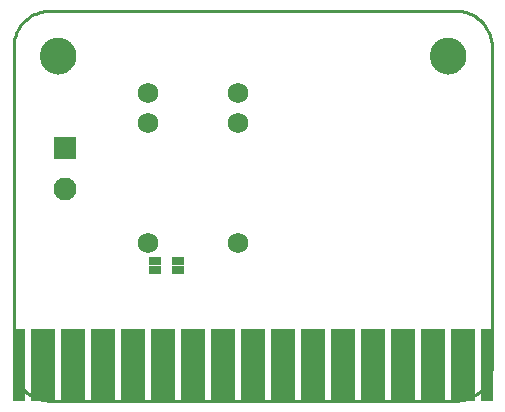
<source format=gbs>
G75*
G70*
%OFA0B0*%
%FSLAX24Y24*%
%IPPOS*%
%LPD*%
%AMOC8*
5,1,8,0,0,1.08239X$1,22.5*
%
%ADD10R,0.0768X0.0768*%
%ADD11C,0.0768*%
%ADD12C,0.0690*%
%ADD13C,0.0100*%
%ADD14R,0.0827X0.2402*%
%ADD15R,0.0434X0.2402*%
%ADD16C,0.0000*%
%ADD17C,0.1221*%
%ADD18R,0.0390X0.0280*%
D10*
X001910Y008599D03*
D11*
X001910Y007221D03*
D12*
X004660Y005410D03*
X007660Y005410D03*
X007660Y009410D03*
X007660Y010410D03*
X004660Y010410D03*
X004660Y009410D03*
D13*
X001388Y000164D02*
X014932Y000164D01*
X014999Y000166D01*
X015066Y000172D01*
X015133Y000181D01*
X015199Y000194D01*
X015264Y000211D01*
X015328Y000231D01*
X015391Y000255D01*
X015453Y000283D01*
X015512Y000314D01*
X015570Y000348D01*
X015626Y000385D01*
X015680Y000426D01*
X015732Y000469D01*
X015781Y000515D01*
X015827Y000564D01*
X015870Y000616D01*
X015911Y000670D01*
X015948Y000726D01*
X015982Y000784D01*
X016013Y000843D01*
X016041Y000905D01*
X016065Y000968D01*
X016085Y001032D01*
X016102Y001097D01*
X016115Y001163D01*
X016124Y001230D01*
X016130Y001297D01*
X016132Y001364D01*
X016132Y011956D01*
X016130Y012023D01*
X016124Y012090D01*
X016115Y012157D01*
X016102Y012223D01*
X016085Y012288D01*
X016065Y012352D01*
X016041Y012415D01*
X016013Y012477D01*
X015982Y012536D01*
X015948Y012594D01*
X015911Y012650D01*
X015870Y012704D01*
X015827Y012756D01*
X015781Y012805D01*
X015732Y012851D01*
X015680Y012894D01*
X015626Y012935D01*
X015570Y012972D01*
X015512Y013006D01*
X015453Y013037D01*
X015391Y013065D01*
X015328Y013089D01*
X015264Y013109D01*
X015199Y013126D01*
X015133Y013139D01*
X015066Y013148D01*
X014999Y013154D01*
X014932Y013156D01*
X001388Y013156D01*
X001321Y013154D01*
X001254Y013148D01*
X001187Y013139D01*
X001121Y013126D01*
X001056Y013109D01*
X000992Y013089D01*
X000929Y013065D01*
X000867Y013037D01*
X000808Y013006D01*
X000750Y012972D01*
X000694Y012935D01*
X000640Y012894D01*
X000588Y012851D01*
X000539Y012805D01*
X000493Y012756D01*
X000450Y012704D01*
X000409Y012650D01*
X000372Y012594D01*
X000338Y012536D01*
X000307Y012477D01*
X000279Y012415D01*
X000255Y012352D01*
X000235Y012288D01*
X000218Y012223D01*
X000205Y012157D01*
X000196Y012090D01*
X000190Y012023D01*
X000188Y011956D01*
X000188Y001364D01*
X000190Y001297D01*
X000196Y001230D01*
X000205Y001163D01*
X000218Y001097D01*
X000235Y001032D01*
X000255Y000968D01*
X000279Y000905D01*
X000307Y000843D01*
X000338Y000784D01*
X000372Y000726D01*
X000409Y000670D01*
X000450Y000616D01*
X000493Y000564D01*
X000539Y000515D01*
X000588Y000469D01*
X000640Y000426D01*
X000694Y000385D01*
X000750Y000348D01*
X000808Y000314D01*
X000867Y000283D01*
X000929Y000255D01*
X000992Y000231D01*
X001056Y000211D01*
X001121Y000194D01*
X001187Y000181D01*
X001254Y000172D01*
X001321Y000166D01*
X001388Y000164D01*
D14*
X001160Y001348D03*
X002160Y001348D03*
X003160Y001348D03*
X004160Y001348D03*
X005160Y001348D03*
X006160Y001348D03*
X007160Y001348D03*
X008160Y001348D03*
X009160Y001348D03*
X010160Y001348D03*
X011160Y001348D03*
X012160Y001348D03*
X013160Y001348D03*
X014160Y001348D03*
X015160Y001348D03*
D15*
X015955Y001348D03*
X000365Y001348D03*
D16*
X001069Y011660D02*
X001071Y011708D01*
X001077Y011756D01*
X001087Y011803D01*
X001100Y011849D01*
X001118Y011894D01*
X001138Y011938D01*
X001163Y011980D01*
X001191Y012019D01*
X001221Y012056D01*
X001255Y012090D01*
X001292Y012122D01*
X001330Y012151D01*
X001371Y012176D01*
X001414Y012198D01*
X001459Y012216D01*
X001505Y012230D01*
X001552Y012241D01*
X001600Y012248D01*
X001648Y012251D01*
X001696Y012250D01*
X001744Y012245D01*
X001792Y012236D01*
X001838Y012224D01*
X001883Y012207D01*
X001927Y012187D01*
X001969Y012164D01*
X002009Y012137D01*
X002047Y012107D01*
X002082Y012074D01*
X002114Y012038D01*
X002144Y012000D01*
X002170Y011959D01*
X002192Y011916D01*
X002212Y011872D01*
X002227Y011827D01*
X002239Y011780D01*
X002247Y011732D01*
X002251Y011684D01*
X002251Y011636D01*
X002247Y011588D01*
X002239Y011540D01*
X002227Y011493D01*
X002212Y011448D01*
X002192Y011404D01*
X002170Y011361D01*
X002144Y011320D01*
X002114Y011282D01*
X002082Y011246D01*
X002047Y011213D01*
X002009Y011183D01*
X001969Y011156D01*
X001927Y011133D01*
X001883Y011113D01*
X001838Y011096D01*
X001792Y011084D01*
X001744Y011075D01*
X001696Y011070D01*
X001648Y011069D01*
X001600Y011072D01*
X001552Y011079D01*
X001505Y011090D01*
X001459Y011104D01*
X001414Y011122D01*
X001371Y011144D01*
X001330Y011169D01*
X001292Y011198D01*
X001255Y011230D01*
X001221Y011264D01*
X001191Y011301D01*
X001163Y011340D01*
X001138Y011382D01*
X001118Y011426D01*
X001100Y011471D01*
X001087Y011517D01*
X001077Y011564D01*
X001071Y011612D01*
X001069Y011660D01*
X014069Y011660D02*
X014071Y011708D01*
X014077Y011756D01*
X014087Y011803D01*
X014100Y011849D01*
X014118Y011894D01*
X014138Y011938D01*
X014163Y011980D01*
X014191Y012019D01*
X014221Y012056D01*
X014255Y012090D01*
X014292Y012122D01*
X014330Y012151D01*
X014371Y012176D01*
X014414Y012198D01*
X014459Y012216D01*
X014505Y012230D01*
X014552Y012241D01*
X014600Y012248D01*
X014648Y012251D01*
X014696Y012250D01*
X014744Y012245D01*
X014792Y012236D01*
X014838Y012224D01*
X014883Y012207D01*
X014927Y012187D01*
X014969Y012164D01*
X015009Y012137D01*
X015047Y012107D01*
X015082Y012074D01*
X015114Y012038D01*
X015144Y012000D01*
X015170Y011959D01*
X015192Y011916D01*
X015212Y011872D01*
X015227Y011827D01*
X015239Y011780D01*
X015247Y011732D01*
X015251Y011684D01*
X015251Y011636D01*
X015247Y011588D01*
X015239Y011540D01*
X015227Y011493D01*
X015212Y011448D01*
X015192Y011404D01*
X015170Y011361D01*
X015144Y011320D01*
X015114Y011282D01*
X015082Y011246D01*
X015047Y011213D01*
X015009Y011183D01*
X014969Y011156D01*
X014927Y011133D01*
X014883Y011113D01*
X014838Y011096D01*
X014792Y011084D01*
X014744Y011075D01*
X014696Y011070D01*
X014648Y011069D01*
X014600Y011072D01*
X014552Y011079D01*
X014505Y011090D01*
X014459Y011104D01*
X014414Y011122D01*
X014371Y011144D01*
X014330Y011169D01*
X014292Y011198D01*
X014255Y011230D01*
X014221Y011264D01*
X014191Y011301D01*
X014163Y011340D01*
X014138Y011382D01*
X014118Y011426D01*
X014100Y011471D01*
X014087Y011517D01*
X014077Y011564D01*
X014071Y011612D01*
X014069Y011660D01*
D17*
X014660Y011660D03*
X001660Y011660D03*
D18*
X004910Y004810D03*
X004910Y004510D03*
X005660Y004510D03*
X005660Y004810D03*
M02*

</source>
